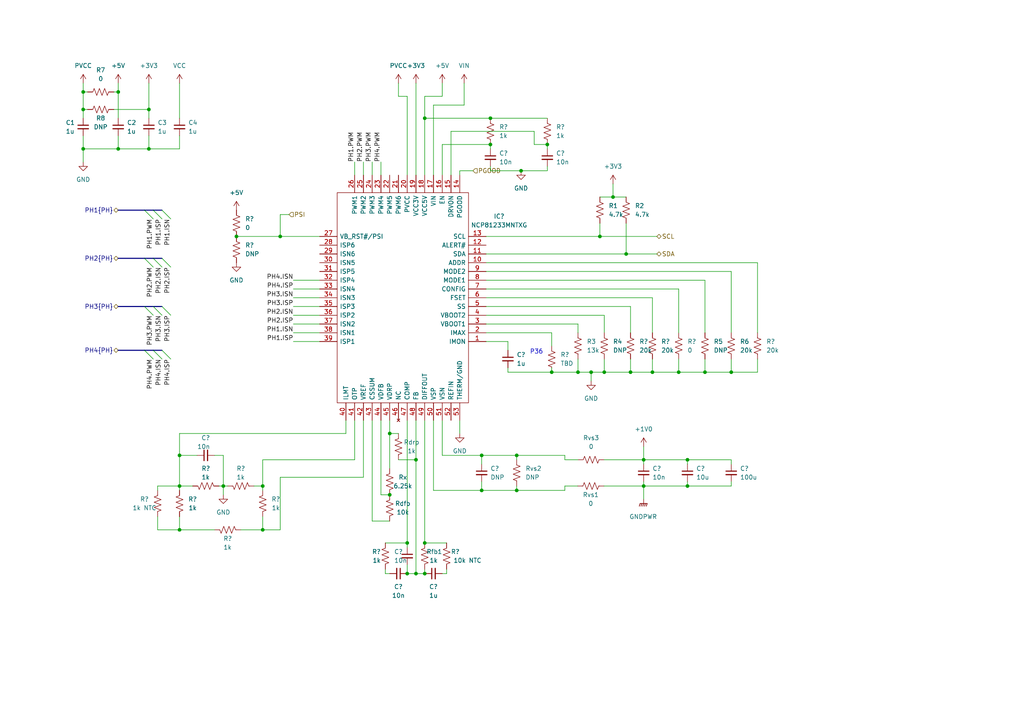
<source format=kicad_sch>
(kicad_sch (version 20211123) (generator eeschema)
  (paper "A4")
  (lib_symbols
    (symbol "CustomPartsLibrary:PVCC" (power) (pin_names (offset 0))
      (property "Value" "PVCC" (at 0 5.08 0))
      (symbol "PVCC_0_1"
        (polyline (pts (xy -0.762 1.27) (xy 0 2.54)))
        (polyline (pts (xy 0 0) (xy 0 2.54)))
        (polyline (pts (xy 0 2.54) (xy 0.762 1.27)))
      )
      (symbol "PVCC_1_1"
        (pin power_in line (at 0 0 90) (length 0) hide (name "PVCC") (number "1"))
      )
    )
    (symbol "CustomPartsLibrary:VIN" (power) (pin_names (offset 0))
      (property "Value" "VIN" (at 0 5.08 0))
      (symbol "VIN_0_1"
        (polyline (pts (xy -0.762 1.27) (xy 0 2.54)))
        (polyline (pts (xy 0 0) (xy 0 2.54)))
        (polyline (pts (xy 0 2.54) (xy 0.762 1.27)))
      )
      (symbol "VIN_1_1"
        (pin power_in line (at 0 0 90) (length 0) hide (name "VIN") (number "1"))
      )
    )
    (symbol "Device:C_Small" (pin_numbers hide) (pin_names (offset 0.254) hide)
      (property "Reference" "C" (at 0.254 1.778 0))
      (property "Value" "C_Small" (at 0.254 -2.032 0))
      (symbol "C_Small_0_1"
        (polyline (pts (xy -1.524 -0.508) (xy 1.524 -0.508)) (stroke (width 0.3302)))
        (polyline (pts (xy -1.524 0.508) (xy 1.524 0.508)) (stroke (width 0.3048)))
      )
      (symbol "C_Small_1_1"
        (pin passive line (at 0 2.54 270) (length 2.032) (name "~") (number "1"))
        (pin passive line (at 0 -2.54 90) (length 2.032) (name "~") (number "2"))
      )
    )
    (symbol "Device:R_US" (pin_numbers hide) (pin_names (offset 0))
      (property "Reference" "R" (at 2.54 0 90))
      (property "Value" "R_US" (at -2.54 0 90))
      (symbol "R_US_0_1"
        (polyline (pts (xy 0 -2.286) (xy 0 -2.54)))
        (polyline (pts (xy 0 2.286) (xy 0 2.54)))
        (polyline (pts (xy 0 -0.762) (xy 1.016 -1.143) (xy 0 -1.524) (xy -1.016 -1.905) (xy 0 -2.286)))
        (polyline (pts (xy 0 0.762) (xy 1.016 0.381) (xy 0 0) (xy -1.016 -0.381) (xy 0 -0.762)))
        (polyline (pts (xy 0 2.286) (xy 1.016 1.905) (xy 0 1.524) (xy -1.016 1.143) (xy 0 0.762)))
      )
      (symbol "R_US_1_1"
        (pin passive line (at 0 3.81 270) (length 1.27) (name "~") (number "1"))
        (pin passive line (at 0 -3.81 90) (length 1.27) (name "~") (number "2"))
      )
    )
    (symbol "NCP81233MNTXG:NCP81233MNTXG" (pin_names (offset 0.762))
      (property "Reference" "IC" (at 44.45 22.86 0))
      (property "Value" "NCP81233MNTXG" (at 44.45 20.32 0))
      (symbol "NCP81233MNTXG_0_0"
        (pin passive line (at 0 0 0) (length 5.08) (name "IMON") (number "1"))
        (pin passive line (at 0 -22.86 0) (length 5.08) (name "ADDR") (number "10"))
        (pin passive line (at 0 -25.4 0) (length 5.08) (name "SDA") (number "11"))
        (pin passive line (at 0 -27.94 0) (length 5.08) (name "ALERT#") (number "12"))
        (pin passive line (at 0 -30.48 0) (length 5.08) (name "SCL") (number "13"))
        (pin passive line (at 7.62 -48.26 90) (length 5.08) (name "PGOOD") (number "14"))
        (pin passive line (at 10.16 -48.26 90) (length 5.08) (name "DRVON") (number "15"))
        (pin passive line (at 12.7 -48.26 90) (length 5.08) (name "EN") (number "16"))
        (pin passive line (at 15.24 -48.26 90) (length 5.08) (name "VIN") (number "17"))
        (pin passive line (at 17.78 -48.26 90) (length 5.08) (name "VCC5V") (number "18"))
        (pin passive line (at 20.32 -48.26 90) (length 5.08) (name "VCC3V") (number "19"))
        (pin passive line (at 0 -2.54 0) (length 5.08) (name "IMAX") (number "2"))
        (pin passive line (at 22.86 -48.26 90) (length 5.08) (name "PVCC") (number "20"))
        (pin passive line (at 25.4 -48.26 90) (length 5.08) (name "PWM6") (number "21"))
        (pin passive line (at 27.94 -48.26 90) (length 5.08) (name "PWM5") (number "22"))
        (pin passive line (at 30.48 -48.26 90) (length 5.08) (name "PWM4") (number "23"))
        (pin passive line (at 33.02 -48.26 90) (length 5.08) (name "PWM3") (number "24"))
        (pin passive line (at 35.56 -48.26 90) (length 5.08) (name "PWM2") (number "25"))
        (pin passive line (at 38.1 -48.26 90) (length 5.08) (name "PWM1") (number "26"))
        (pin passive line (at 48.26 -30.48 180) (length 5.08) (name "VB_RST#/PSI") (number "27"))
        (pin passive line (at 48.26 -27.94 180) (length 5.08) (name "ISP6") (number "28"))
        (pin passive line (at 48.26 -25.4 180) (length 5.08) (name "ISN6") (number "29"))
        (pin passive line (at 0 -5.08 0) (length 5.08) (name "VBOOT1") (number "3"))
        (pin passive line (at 48.26 -22.86 180) (length 5.08) (name "ISN5") (number "30"))
        (pin passive line (at 48.26 -20.32 180) (length 5.08) (name "ISP5") (number "31"))
        (pin passive line (at 48.26 -17.78 180) (length 5.08) (name "ISP4") (number "32"))
        (pin passive line (at 48.26 -15.24 180) (length 5.08) (name "ISN4") (number "33"))
        (pin passive line (at 48.26 -12.7 180) (length 5.08) (name "ISN3") (number "34"))
        (pin passive line (at 48.26 -10.16 180) (length 5.08) (name "ISP3") (number "35"))
        (pin passive line (at 48.26 -7.62 180) (length 5.08) (name "ISP2") (number "36"))
        (pin passive line (at 48.26 -5.08 180) (length 5.08) (name "ISN2") (number "37"))
        (pin passive line (at 48.26 -2.54 180) (length 5.08) (name "ISN1") (number "38"))
        (pin passive line (at 48.26 0 180) (length 5.08) (name "ISP1") (number "39"))
        (pin passive line (at 0 -7.62 0) (length 5.08) (name "VBOOT2") (number "4"))
        (pin passive line (at 40.64 22.86 270) (length 5.08) (name "ILMT") (number "40"))
        (pin passive line (at 38.1 22.86 270) (length 5.08) (name "OTP") (number "41"))
        (pin passive line (at 35.56 22.86 270) (length 5.08) (name "VREF") (number "42"))
        (pin passive line (at 33.02 22.86 270) (length 5.08) (name "CSSUM") (number "43"))
        (pin passive line (at 30.48 22.86 270) (length 5.08) (name "VDFB") (number "44"))
        (pin passive line (at 27.94 22.86 270) (length 5.08) (name "VDRP") (number "45"))
        (pin no_connect line (at 25.4 22.86 270) (length 5.08) (name "NC") (number "46"))
        (pin passive line (at 22.86 22.86 270) (length 5.08) (name "COMP") (number "47"))
        (pin passive line (at 20.32 22.86 270) (length 5.08) (name "FB") (number "48"))
        (pin passive line (at 17.78 22.86 270) (length 5.08) (name "DIFFOUT") (number "49"))
        (pin passive line (at 0 -10.16 0) (length 5.08) (name "SS") (number "5"))
        (pin passive line (at 15.24 22.86 270) (length 5.08) (name "VSP") (number "50"))
        (pin passive line (at 12.7 22.86 270) (length 5.08) (name "VSN") (number "51"))
        (pin passive line (at 10.16 22.86 270) (length 5.08) (name "REFIN") (number "52"))
        (pin passive line (at 7.62 22.86 270) (length 5.08) (name "THERM/GND") (number "53"))
        (pin passive line (at 0 -12.7 0) (length 5.08) (name "FSET") (number "6"))
        (pin passive line (at 0 -15.24 0) (length 5.08) (name "CONFIG") (number "7"))
        (pin passive line (at 0 -17.78 0) (length 5.08) (name "MODE1") (number "8"))
        (pin passive line (at 0 -20.32 0) (length 5.08) (name "MODE2") (number "9"))
      )
      (symbol "NCP81233MNTXG_0_1"
        (polyline (pts (xy 5.08 17.78) (xy 43.18 17.78) (xy 43.18 -43.18) (xy 5.08 -43.18) (xy 5.08 17.78)) (stroke (width 0.1524)))
      )
    )
    (symbol "power:+1V0" (power) (pin_names (offset 0))
      (property "Value" "+1V0" (at 0 3.556 0))
      (symbol "+1V0_0_1"
        (polyline (pts (xy -0.762 1.27) (xy 0 2.54)))
        (polyline (pts (xy 0 0) (xy 0 2.54)))
        (polyline (pts (xy 0 2.54) (xy 0.762 1.27)))
      )
      (symbol "+1V0_1_1"
        (pin power_in line (at 0 0 90) (length 0) hide (name "+1V0") (number "1"))
      )
    )
    (symbol "power:+3V3" (power) (pin_names (offset 0))
      (property "Value" "+3V3" (at 0 3.556 0))
      (symbol "+3V3_0_1"
        (polyline (pts (xy -0.762 1.27) (xy 0 2.54)))
        (polyline (pts (xy 0 0) (xy 0 2.54)))
        (polyline (pts (xy 0 2.54) (xy 0.762 1.27)))
      )
      (symbol "+3V3_1_1"
        (pin power_in line (at 0 0 90) (length 0) hide (name "+3V3") (number "1"))
      )
    )
    (symbol "power:+5V" (power) (pin_names (offset 0))
      (property "Value" "+5V" (at 0 3.556 0))
      (symbol "+5V_0_1"
        (polyline (pts (xy -0.762 1.27) (xy 0 2.54)))
        (polyline (pts (xy 0 0) (xy 0 2.54)))
        (polyline (pts (xy 0 2.54) (xy 0.762 1.27)))
      )
      (symbol "+5V_1_1"
        (pin power_in line (at 0 0 90) (length 0) hide (name "+5V") (number "1"))
      )
    )
    (symbol "power:GND" (power) (pin_names (offset 0))
      (property "Value" "GND" (at 0 -3.81 0))
      (symbol "GND_0_1"
        (polyline (pts (xy 0 0) (xy 0 -1.27) (xy 1.27 -1.27) (xy 0 -2.54) (xy -1.27 -1.27) (xy 0 -1.27)))
      )
      (symbol "GND_1_1"
        (pin power_in line (at 0 0 270) (length 0) hide (name "GND") (number "1"))
      )
    )
    (symbol "power:GNDPWR" (power) (pin_names (offset 0))
      (property "Value" "GNDPWR" (at 0 -3.302 0))
      (symbol "GNDPWR_0_1"
        (polyline (pts (xy 0 -1.27) (xy 0 0)))
        (polyline (pts (xy -1.016 -1.27) (xy -1.27 -2.032) (xy -1.27 -2.032)) (stroke (width 0.2032)))
        (polyline (pts (xy -0.508 -1.27) (xy -0.762 -2.032) (xy -0.762 -2.032)) (stroke (width 0.2032)))
        (polyline (pts (xy 0 -1.27) (xy -0.254 -2.032) (xy -0.254 -2.032)) (stroke (width 0.2032)))
        (polyline (pts (xy 0.508 -1.27) (xy 0.254 -2.032) (xy 0.254 -2.032)) (stroke (width 0.2032)))
        (polyline (pts (xy 1.016 -1.27) (xy -1.016 -1.27) (xy -1.016 -1.27)) (stroke (width 0.2032)))
        (polyline (pts (xy 1.016 -1.27) (xy 0.762 -2.032) (xy 0.762 -2.032) (xy 0.762 -2.032)) (stroke (width 0.2032)))
      )
      (symbol "GNDPWR_1_1"
        (pin power_in line (at 0 0 270) (length 0) hide (name "GNDPWR") (number "1"))
      )
    )
    (symbol "power:VCC" (power) (pin_names (offset 0))
      (property "Value" "VCC" (at 0 3.81 0))
      (symbol "VCC_0_1"
        (polyline (pts (xy -0.762 1.27) (xy 0 2.54)))
        (polyline (pts (xy 0 0) (xy 0 2.54)))
        (polyline (pts (xy 0 2.54) (xy 0.762 1.27)))
      )
      (symbol "VCC_1_1"
        (pin power_in line (at 0 0 90) (length 0) hide (name "VCC") (number "1"))
      )
    )
  )
  (junction (at 118.11 157.48))
  (junction (at 167.64 107.95))
  (junction (at 43.18 31.75))
  (junction (at 149.86 142.24))
  (junction (at 34.29 43.18))
  (junction (at 186.69 140.97))
  (junction (at 181.61 73.66))
  (junction (at 123.19 34.29))
  (junction (at 160.02 107.95))
  (junction (at 120.65 166.37))
  (junction (at 175.26 107.95))
  (junction (at 81.28 68.58))
  (junction (at 199.39 140.97))
  (junction (at 24.13 43.18))
  (junction (at 212.09 107.95))
  (junction (at 149.86 132.08))
  (junction (at 52.07 132.08))
  (junction (at 189.23 107.95))
  (junction (at 120.65 133.35))
  (junction (at 24.13 31.75))
  (junction (at 52.07 140.97))
  (junction (at 34.29 26.67))
  (junction (at 123.19 157.48))
  (junction (at 173.99 68.58))
  (junction (at 158.75 41.91))
  (junction (at 43.18 43.18))
  (junction (at 204.47 107.95))
  (junction (at 171.45 107.95))
  (junction (at 182.88 107.95))
  (junction (at 142.24 34.29))
  (junction (at 52.07 153.67))
  (junction (at 64.77 140.97))
  (junction (at 76.2 140.97))
  (junction (at 123.19 166.37))
  (junction (at 177.8 57.15))
  (junction (at 186.69 133.35))
  (junction (at 118.11 166.37))
  (junction (at 113.03 125.73))
  (junction (at 76.2 153.67))
  (junction (at 24.13 26.67))
  (junction (at 113.03 143.51))
  (junction (at 139.7 142.24))
  (junction (at 68.58 68.58))
  (junction (at 199.39 133.35))
  (junction (at 151.13 49.53))
  (junction (at 196.85 107.95))
  (junction (at 139.7 132.08))
  (junction (at 142.24 41.91))
  (bus_entry (at 44.45 60.96) (size 2.54 2.54))
  (bus_entry (at 44.45 101.6) (size 2.54 2.54))
  (bus_entry (at 46.99 60.96) (size 2.54 2.54))
  (bus_entry (at 44.45 74.93) (size 2.54 2.54))
  (bus_entry (at 41.91 101.6) (size 2.54 2.54))
  (bus_entry (at 44.45 88.9) (size 2.54 2.54))
  (bus_entry (at 41.91 88.9) (size 2.54 2.54))
  (bus_entry (at 46.99 88.9) (size 2.54 2.54))
  (bus_entry (at 41.91 60.96) (size 2.54 2.54))
  (bus_entry (at 41.91 74.93) (size 2.54 2.54))
  (bus_entry (at 46.99 101.6) (size 2.54 2.54))
  (bus_entry (at 46.99 74.93) (size 2.54 2.54))
  (wire (pts (xy 123.19 34.29) (xy 123.19 50.8)))
  (wire (pts (xy 199.39 140.97) (xy 212.09 140.97)))
  (wire (pts (xy 154.94 38.1) (xy 130.81 38.1)))
  (wire (pts (xy 133.35 121.92) (xy 133.35 125.73)))
  (wire (pts (xy 147.32 107.95) (xy 160.02 107.95)))
  (wire (pts (xy 118.11 163.83) (xy 118.11 166.37)))
  (wire (pts (xy 110.49 143.51) (xy 110.49 121.92)))
  (wire (pts (xy 158.75 41.91) (xy 154.94 41.91)))
  (wire (pts (xy 113.03 125.73) (xy 113.03 135.89)))
  (wire (pts (xy 160.02 100.33) (xy 160.02 96.52)))
  (wire (pts (xy 83.82 62.23) (xy 81.28 62.23)))
  (wire (pts (xy 140.97 68.58) (xy 173.99 68.58)))
  (wire (pts (xy 204.47 96.52) (xy 204.47 81.28)))
  (wire (pts (xy 85.09 99.06) (xy 92.71 99.06)))
  (wire (pts (xy 85.09 88.9) (xy 92.71 88.9)))
  (wire (pts (xy 128.27 27.94) (xy 123.19 27.94)))
  (wire (pts (xy 123.19 34.29) (xy 142.24 34.29)))
  (wire (pts (xy 85.09 96.52) (xy 92.71 96.52)))
  (wire (pts (xy 163.83 142.24) (xy 163.83 140.97)))
  (wire (pts (xy 160.02 107.95) (xy 167.64 107.95)))
  (wire (pts (xy 120.65 24.13) (xy 120.65 50.8)))
  (wire (pts (xy 113.03 151.13) (xy 107.95 151.13)))
  (wire (pts (xy 204.47 81.28) (xy 140.97 81.28)))
  (wire (pts (xy 128.27 121.92) (xy 128.27 132.08)))
  (wire (pts (xy 129.54 166.37) (xy 128.27 166.37)))
  (wire (pts (xy 24.13 31.75) (xy 25.4 31.75)))
  (wire (pts (xy 186.69 140.97) (xy 186.69 144.78)))
  (wire (pts (xy 24.13 43.18) (xy 24.13 46.99)))
  (wire (pts (xy 163.83 140.97) (xy 167.5444 140.97)))
  (wire (pts (xy 76.2 133.35) (xy 102.87 133.35)))
  (wire (pts (xy 199.39 134.62) (xy 199.39 133.35)))
  (wire (pts (xy 189.23 86.36) (xy 189.23 96.52)))
  (wire (pts (xy 105.41 121.92) (xy 105.41 138.43)))
  (wire (pts (xy 113.03 143.51) (xy 110.49 143.51)))
  (wire (pts (xy 118.11 157.48) (xy 118.11 158.75)))
  (wire (pts (xy 199.39 139.7) (xy 199.39 140.97)))
  (wire (pts (xy 24.13 31.75) (xy 24.13 34.29)))
  (wire (pts (xy 105.41 46.99) (xy 105.41 50.8)))
  (wire (pts (xy 129.54 165.1) (xy 129.54 166.37)))
  (wire (pts (xy 160.02 107.95) (xy 160.02 106.68)))
  (wire (pts (xy 147.32 107.95) (xy 147.32 106.68)))
  (wire (pts (xy 81.28 68.58) (xy 92.71 68.58)))
  (wire (pts (xy 125.73 121.92) (xy 125.73 142.24)))
  (wire (pts (xy 158.75 48.26) (xy 158.75 49.53)))
  (wire (pts (xy 196.85 83.82) (xy 196.85 96.52)))
  (bus (pts (xy 44.45 88.9) (xy 46.99 88.9)))
  (wire (pts (xy 123.19 165.1) (xy 123.19 166.37)))
  (wire (pts (xy 120.65 121.92) (xy 120.65 133.35)))
  (wire (pts (xy 160.02 96.52) (xy 140.97 96.52)))
  (wire (pts (xy 139.7 132.08) (xy 139.7 134.62)))
  (wire (pts (xy 45.72 140.97) (xy 45.72 142.24)))
  (wire (pts (xy 123.19 166.37) (xy 120.65 166.37)))
  (wire (pts (xy 81.28 138.43) (xy 81.28 153.67)))
  (wire (pts (xy 149.86 140.97) (xy 149.86 142.24)))
  (wire (pts (xy 85.09 83.82) (xy 92.71 83.82)))
  (wire (pts (xy 140.97 78.74) (xy 212.09 78.74)))
  (wire (pts (xy 128.27 24.13) (xy 128.27 27.94)))
  (wire (pts (xy 24.13 43.18) (xy 34.29 43.18)))
  (wire (pts (xy 204.47 107.95) (xy 212.09 107.95)))
  (bus (pts (xy 34.29 60.96) (xy 41.91 60.96)))
  (wire (pts (xy 182.88 88.9) (xy 140.97 88.9)))
  (wire (pts (xy 43.18 39.37) (xy 43.18 43.18)))
  (wire (pts (xy 190.5 68.58) (xy 173.99 68.58)))
  (wire (pts (xy 175.26 107.95) (xy 182.88 107.95)))
  (wire (pts (xy 181.61 73.66) (xy 190.5 73.66)))
  (wire (pts (xy 52.07 125.73) (xy 52.07 132.08)))
  (wire (pts (xy 175.26 91.44) (xy 175.26 96.52)))
  (wire (pts (xy 140.97 99.06) (xy 147.32 99.06)))
  (wire (pts (xy 196.85 104.14) (xy 196.85 107.95)))
  (wire (pts (xy 118.11 166.37) (xy 120.65 166.37)))
  (wire (pts (xy 173.99 68.58) (xy 173.99 64.77)))
  (wire (pts (xy 52.07 43.18) (xy 43.18 43.18)))
  (wire (pts (xy 186.69 133.35) (xy 175.26 133.35)))
  (wire (pts (xy 128.27 41.91) (xy 128.27 50.8)))
  (wire (pts (xy 212.09 133.35) (xy 199.39 133.35)))
  (wire (pts (xy 212.09 107.95) (xy 219.71 107.95)))
  (wire (pts (xy 107.95 46.99) (xy 107.95 50.8)))
  (wire (pts (xy 134.62 24.13) (xy 134.62 30.48)))
  (wire (pts (xy 102.87 121.92) (xy 102.87 133.35)))
  (wire (pts (xy 81.28 153.67) (xy 76.2 153.67)))
  (wire (pts (xy 186.69 139.7) (xy 186.69 140.97)))
  (wire (pts (xy 24.13 26.67) (xy 24.13 31.75)))
  (wire (pts (xy 219.71 107.95) (xy 219.71 104.14)))
  (wire (pts (xy 173.99 57.15) (xy 177.8 57.15)))
  (wire (pts (xy 34.29 24.13) (xy 34.29 26.67)))
  (wire (pts (xy 181.61 73.66) (xy 140.97 73.66)))
  (bus (pts (xy 44.45 74.93) (xy 46.99 74.93)))
  (wire (pts (xy 55.88 140.97) (xy 52.07 140.97)))
  (wire (pts (xy 85.09 91.44) (xy 92.71 91.44)))
  (wire (pts (xy 199.39 133.35) (xy 186.69 133.35)))
  (wire (pts (xy 115.57 24.13) (xy 115.57 27.94)))
  (wire (pts (xy 76.2 133.35) (xy 76.2 140.97)))
  (wire (pts (xy 177.8 53.34) (xy 177.8 57.15)))
  (wire (pts (xy 175.1644 140.97) (xy 186.69 140.97)))
  (wire (pts (xy 105.41 138.43) (xy 81.28 138.43)))
  (wire (pts (xy 113.03 121.92) (xy 113.03 125.73)))
  (wire (pts (xy 123.19 157.48) (xy 129.54 157.48)))
  (wire (pts (xy 139.7 139.7) (xy 139.7 142.24)))
  (bus (pts (xy 34.29 74.93) (xy 41.91 74.93)))
  (wire (pts (xy 111.76 165.1) (xy 111.76 166.37)))
  (wire (pts (xy 76.2 153.67) (xy 69.85 153.67)))
  (wire (pts (xy 142.24 34.29) (xy 158.75 34.29)))
  (wire (pts (xy 25.4 26.67) (xy 24.13 26.67)))
  (wire (pts (xy 167.64 96.52) (xy 167.64 93.98)))
  (wire (pts (xy 118.11 121.92) (xy 118.11 157.48)))
  (wire (pts (xy 171.45 107.95) (xy 175.26 107.95)))
  (wire (pts (xy 120.65 133.35) (xy 120.65 166.37)))
  (bus (pts (xy 41.91 101.6) (xy 44.45 101.6)))
  (wire (pts (xy 133.35 50.8) (xy 133.35 49.53)))
  (wire (pts (xy 181.61 64.77) (xy 181.61 73.66)))
  (wire (pts (xy 177.8 57.15) (xy 181.61 57.15)))
  (wire (pts (xy 52.07 24.13) (xy 52.07 34.29)))
  (wire (pts (xy 24.13 24.13) (xy 24.13 26.67)))
  (wire (pts (xy 57.15 132.08) (xy 52.07 132.08)))
  (wire (pts (xy 167.64 104.14) (xy 167.64 107.95)))
  (wire (pts (xy 34.29 26.67) (xy 34.29 34.29)))
  (wire (pts (xy 102.87 46.99) (xy 102.87 50.8)))
  (bus (pts (xy 34.29 101.6) (xy 41.91 101.6)))
  (wire (pts (xy 133.35 49.53) (xy 137.16 49.53)))
  (wire (pts (xy 73.66 140.97) (xy 76.2 140.97)))
  (bus (pts (xy 41.91 60.96) (xy 44.45 60.96)))
  (wire (pts (xy 142.24 41.91) (xy 128.27 41.91)))
  (wire (pts (xy 45.72 153.67) (xy 52.07 153.67)))
  (wire (pts (xy 149.86 132.08) (xy 149.86 133.35)))
  (wire (pts (xy 219.71 96.52) (xy 219.71 76.2)))
  (wire (pts (xy 151.13 49.53) (xy 158.75 49.53)))
  (wire (pts (xy 142.24 43.18) (xy 142.24 41.91)))
  (wire (pts (xy 219.71 76.2) (xy 140.97 76.2)))
  (wire (pts (xy 100.33 121.92) (xy 100.33 125.73)))
  (wire (pts (xy 175.26 107.95) (xy 175.26 104.14)))
  (wire (pts (xy 149.86 132.08) (xy 163.83 132.08)))
  (wire (pts (xy 52.07 125.73) (xy 100.33 125.73)))
  (wire (pts (xy 189.23 107.95) (xy 196.85 107.95)))
  (wire (pts (xy 52.07 153.67) (xy 52.07 149.86)))
  (wire (pts (xy 140.97 93.98) (xy 167.64 93.98)))
  (wire (pts (xy 66.04 140.97) (xy 64.77 140.97)))
  (wire (pts (xy 123.19 121.92) (xy 123.19 157.48)))
  (wire (pts (xy 130.81 38.1) (xy 130.81 50.8)))
  (wire (pts (xy 147.32 99.06) (xy 147.32 101.6)))
  (wire (pts (xy 52.07 39.37) (xy 52.07 43.18)))
  (wire (pts (xy 196.85 107.95) (xy 204.47 107.95)))
  (wire (pts (xy 125.73 30.48) (xy 125.73 50.8)))
  (wire (pts (xy 52.07 153.67) (xy 62.23 153.67)))
  (wire (pts (xy 212.09 139.7) (xy 212.09 140.97)))
  (wire (pts (xy 212.09 134.62) (xy 212.09 133.35)))
  (bus (pts (xy 34.29 88.9) (xy 41.91 88.9)))
  (wire (pts (xy 167.64 133.35) (xy 163.83 133.35)))
  (bus (pts (xy 41.91 74.93) (xy 44.45 74.93)))
  (wire (pts (xy 64.77 140.97) (xy 64.77 143.51)))
  (wire (pts (xy 111.76 166.37) (xy 113.03 166.37)))
  (bus (pts (xy 44.45 60.96) (xy 46.99 60.96)))
  (wire (pts (xy 140.97 91.44) (xy 175.26 91.44)))
  (wire (pts (xy 64.77 132.08) (xy 64.77 140.97)))
  (wire (pts (xy 68.58 68.58) (xy 81.28 68.58)))
  (wire (pts (xy 43.18 24.13) (xy 43.18 31.75)))
  (wire (pts (xy 43.18 31.75) (xy 43.18 34.29)))
  (bus (pts (xy 44.45 101.6) (xy 46.99 101.6)))
  (wire (pts (xy 142.24 49.53) (xy 151.13 49.53)))
  (wire (pts (xy 76.2 140.97) (xy 76.2 142.24)))
  (wire (pts (xy 204.47 104.14) (xy 204.47 107.95)))
  (wire (pts (xy 139.7 142.24) (xy 149.86 142.24)))
  (wire (pts (xy 212.09 78.74) (xy 212.09 96.52)))
  (wire (pts (xy 158.75 43.18) (xy 158.75 41.91)))
  (wire (pts (xy 43.18 43.18) (xy 34.29 43.18)))
  (wire (pts (xy 182.88 96.52) (xy 182.88 88.9)))
  (wire (pts (xy 128.27 132.08) (xy 139.7 132.08)))
  (wire (pts (xy 113.03 125.73) (xy 115.57 125.73)))
  (wire (pts (xy 186.69 133.35) (xy 186.69 134.62)))
  (wire (pts (xy 85.09 86.36) (xy 92.71 86.36)))
  (bus (pts (xy 41.91 88.9) (xy 44.45 88.9)))
  (wire (pts (xy 149.86 142.24) (xy 163.83 142.24)))
  (wire (pts (xy 189.23 104.14) (xy 189.23 107.95)))
  (wire (pts (xy 33.02 31.75) (xy 43.18 31.75)))
  (wire (pts (xy 85.09 93.98) (xy 92.71 93.98)))
  (wire (pts (xy 81.28 62.23) (xy 81.28 68.58)))
  (wire (pts (xy 139.7 132.08) (xy 149.86 132.08)))
  (wire (pts (xy 163.83 133.35) (xy 163.83 132.08)))
  (wire (pts (xy 64.77 140.97) (xy 63.5 140.97)))
  (wire (pts (xy 24.13 43.18) (xy 24.13 39.37)))
  (wire (pts (xy 33.02 26.67) (xy 34.29 26.67)))
  (wire (pts (xy 212.09 104.14) (xy 212.09 107.95)))
  (wire (pts (xy 142.24 48.26) (xy 142.24 49.53)))
  (wire (pts (xy 110.49 46.99) (xy 110.49 50.8)))
  (wire (pts (xy 115.57 133.35) (xy 120.65 133.35)))
  (wire (pts (xy 140.97 83.82) (xy 196.85 83.82)))
  (wire (pts (xy 52.07 132.08) (xy 52.07 140.97)))
  (wire (pts (xy 167.64 107.95) (xy 171.45 107.95)))
  (wire (pts (xy 154.94 41.91) (xy 154.94 38.1)))
  (wire (pts (xy 76.2 149.86) (xy 76.2 153.67)))
  (wire (pts (xy 182.88 104.14) (xy 182.88 107.95)))
  (wire (pts (xy 125.73 142.24) (xy 139.7 142.24)))
  (wire (pts (xy 171.45 107.95) (xy 171.45 110.49)))
  (wire (pts (xy 140.97 86.36) (xy 189.23 86.36)))
  (wire (pts (xy 107.95 151.13) (xy 107.95 121.92)))
  (wire (pts (xy 111.76 157.48) (xy 118.11 157.48)))
  (wire (pts (xy 62.23 132.08) (xy 64.77 132.08)))
  (wire (pts (xy 52.07 140.97) (xy 45.72 140.97)))
  (wire (pts (xy 85.09 81.28) (xy 92.71 81.28)))
  (wire (pts (xy 186.69 140.97) (xy 199.39 140.97)))
  (wire (pts (xy 134.62 30.48) (xy 125.73 30.48)))
  (wire (pts (xy 118.11 27.94) (xy 118.11 50.8)))
  (wire (pts (xy 186.69 129.54) (xy 186.69 133.35)))
  (wire (pts (xy 52.07 142.24) (xy 52.07 140.97)))
  (wire (pts (xy 45.72 149.86) (xy 45.72 153.67)))
  (wire (pts (xy 123.19 27.94) (xy 123.19 34.29)))
  (wire (pts (xy 182.88 107.95) (xy 189.23 107.95)))
  (wire (pts (xy 34.29 39.37) (xy 34.29 43.18)))
  (wire (pts (xy 115.57 27.94) (xy 118.11 27.94)))
  (text "P36" (at 153.67 102.87 0) (effects (font (size 1.27 1.27)) (justify left bottom)))
  (label "PH2.ISP" (at 85.09 93.98 180))
  (label "PH2.PWM" (at 105.41 46.99 90))
  (label "PH4.PWM" (at 44.45 104.14 270))
  (label "PH3.PWM" (at 107.95 46.99 90))
  (label "PH2.ISP" (at 49.53 77.47 270))
  (label "PH2.PWM" (at 44.45 77.47 270))
  (label "PH4.ISP" (at 85.09 83.82 180))
  (label "PH1.ISN" (at 85.09 96.52 180))
  (label "PH3.ISP" (at 49.53 91.44 270))
  (label "PH1.ISP" (at 85.09 99.06 180))
  (label "PH4.PWM" (at 110.49 46.99 90))
  (label "PH4.ISN" (at 85.09 81.28 180))
  (label "PH3.ISN" (at 85.09 86.36 180))
  (label "PH4.ISN" (at 46.99 104.14 270))
  (label "PH2.ISN" (at 85.09 91.44 180))
  (label "PH3.ISP" (at 85.09 88.9 180))
  (label "PH1.ISN" (at 49.53 63.5 270))
  (label "PH1.PWM" (at 102.87 46.99 90))
  (label "PH1.ISP" (at 46.99 63.5 270))
  (label "PH1.PWM" (at 44.45 63.5 270))
  (label "PH3.PWM" (at 44.45 91.44 270))
  (label "PH4.ISP" (at 49.53 104.14 270))
  (label "PH2.ISN" (at 46.99 77.47 270))
  (label "PH3.ISN" (at 46.99 91.44 270))
  (hierarchical_label "PH2{PH}" (shape bidirectional) (at 34.29 74.93 180))
  (hierarchical_label "SCL" (shape bidirectional) (at 190.5 68.58 0))
  (hierarchical_label "PGOOD" (shape input) (at 137.16 49.53 0))
  (hierarchical_label "PH4{PH}" (shape bidirectional) (at 34.29 101.6 180))
  (hierarchical_label "PH1{PH}" (shape bidirectional) (at 34.29 60.96 180))
  (hierarchical_label "PSI" (shape input) (at 83.82 62.23 0))
  (hierarchical_label "PH3{PH}" (shape bidirectional) (at 34.29 88.9 180))
  (hierarchical_label "SDA" (shape bidirectional) (at 190.5 73.66 0))
  (symbol (lib_id "power:VCC") (at 52.07 24.13 0) (unit 1)
    (property "Reference" "#PWR?" (effects hide))
    (property "Value" "VCC" (at 52.07 19.05 0))
  )
  (symbol (lib_id "power:GND") (at 64.77 143.51 0) (mirror y) (unit 1)
    (property "Reference" "#PWR?" (effects hide))
    (property "Value" "GND" (at 64.77 148.59 0))
  )
  (symbol (lib_id "Device:R_US") (at 171.45 133.35 90) (unit 1)
    (property "Reference" "Rvs3" (at 171.45 127 90))
    (property "Value" "0" (at 171.45 129.54 90))
    (property "Footprint" "Resistor_SMD:R_0603_1608Metric" (effects hide))
  )
  (symbol (lib_id "Device:C_Small") (at 34.29 36.83 0) (unit 1)
    (property "Reference" "C2" (at 36.83 35.5662 0) (effects (justify left)))
    (property "Value" "1u" (at 36.83 38.1062 0) (effects (justify left)))
  )
  (symbol (lib_id "power:GND") (at 24.13 46.99 0) (unit 1)
    (property "Reference" "#PWR?" (effects hide))
    (property "Value" "GND" (at 24.13 52.07 0))
  )
  (symbol (lib_id "Device:R_US") (at 113.03 147.32 0) (mirror x) (unit 1)
    (property "Reference" "Rdfb" (at 116.84 146.05 0))
    (property "Value" "10k" (at 116.84 148.59 0))
    (property "Footprint" "Resistor_SMD:R_0603_1608Metric" (effects hide))
  )
  (symbol (lib_id "Device:C_Small") (at 147.32 104.14 0) (unit 1)
    (property "Reference" "C?" (at 149.86 102.8762 0) (effects (justify left)))
    (property "Value" "1u" (at 149.86 105.4162 0) (effects (justify left)))
  )
  (symbol (lib_id "Device:R_US") (at 175.26 100.33 0) (unit 1)
    (property "Reference" "R4" (at 177.8 99.0599 0) (effects (justify left)))
    (property "Value" "DNP" (at 177.8 101.5999 0) (effects (justify left)))
    (property "Footprint" "Resistor_SMD:R_0603_1608Metric" (effects hide))
  )
  (symbol (lib_id "Device:R_US") (at 158.75 38.1 0) (unit 1)
    (property "Reference" "R?" (at 161.29 36.8299 0) (effects (justify left)))
    (property "Value" "1k" (at 161.29 39.3699 0) (effects (justify left)))
    (property "Footprint" "Resistor_SMD:R_0603_1608Metric" (effects hide))
  )
  (symbol (lib_id "Device:C_Small") (at 158.75 45.72 0) (unit 1)
    (property "Reference" "C?" (at 161.29 44.4562 0) (effects (justify left)))
    (property "Value" "10n" (at 161.29 46.9962 0) (effects (justify left)))
  )
  (symbol (lib_id "Device:C_Small") (at 52.07 36.83 0) (unit 1)
    (property "Reference" "C4" (at 54.61 35.5662 0) (effects (justify left)))
    (property "Value" "1u" (at 54.61 38.1062 0) (effects (justify left)))
  )
  (symbol (lib_id "Device:R_US") (at 129.54 161.29 0) (mirror y) (unit 1)
    (property "Reference" "R?" (at 133.35 160.0199 0) (effects (justify left)))
    (property "Value" "10k NTC" (at 139.7 162.5599 0) (effects (justify left)))
    (property "Footprint" "Resistor_SMD:R_0603_1608Metric" (effects hide))
  )
  (symbol (lib_id "Device:R_US") (at 115.57 129.54 0) (mirror x) (unit 1)
    (property "Reference" "Rdrp" (at 119.38 128.27 0))
    (property "Value" "1k" (at 119.38 130.81 0))
    (property "Footprint" "Resistor_SMD:R_0603_1608Metric" (effects hide))
  )
  (symbol (lib_id "power:GND") (at 151.13 49.53 0) (unit 1)
    (property "Reference" "#PWR?" (effects hide))
    (property "Value" "GND" (at 151.13 54.61 0))
  )
  (symbol (lib_id "power:+1V0") (at 186.69 129.54 0) (unit 1)
    (property "Reference" "#PWR?" (effects hide))
    (property "Value" "+1V0" (at 186.69 124.46 0))
  )
  (symbol (lib_id "Device:R_US") (at 123.19 161.29 0) (mirror y) (unit 1)
    (property "Reference" "Rfb1" (at 128.27 160.0199 0) (effects (justify left)))
    (property "Value" "1k" (at 127 162.5599 0) (effects (justify left)))
    (property "Footprint" "Resistor_SMD:R_0603_1608Metric" (effects hide))
  )
  (symbol (lib_id "Device:R_US") (at 167.64 100.33 0) (unit 1)
    (property "Reference" "R3" (at 170.18 99.0599 0) (effects (justify left)))
    (property "Value" "13k" (at 170.18 101.5999 0) (effects (justify left)))
    (property "Footprint" "Resistor_SMD:R_0603_1608Metric" (effects hide))
  )
  (symbol (lib_id "Device:R_US") (at 113.03 139.7 0) (mirror x) (unit 1)
    (property "Reference" "Rx" (at 116.84 138.43 0))
    (property "Value" "6.25k" (at 116.84 140.97 0))
    (property "Footprint" "Resistor_SMD:R_0603_1608Metric" (effects hide))
  )
  (symbol (lib_id "power:GND") (at 133.35 125.73 0) (unit 1)
    (property "Reference" "#PWR?" (effects hide))
    (property "Value" "GND" (at 133.35 130.81 0))
  )
  (symbol (lib_id "Device:R_US") (at 66.04 153.67 270) (mirror x) (unit 1)
    (property "Reference" "R?" (at 64.7701 156.21 90) (effects (justify left)))
    (property "Value" "1k" (at 64.7701 158.75 90) (effects (justify left)))
    (property "Footprint" "Resistor_SMD:R_0603_1608Metric" (effects hide))
  )
  (symbol (lib_id "Device:C_Small") (at 186.69 137.16 0) (unit 1)
    (property "Reference" "C?" (at 189.23 135.8962 0) (effects (justify left)))
    (property "Value" "10n" (at 189.23 138.4362 0) (effects (justify left)))
  )
  (symbol (lib_id "Device:C_Small") (at 212.09 137.16 0) (unit 1)
    (property "Reference" "C?" (at 214.63 135.8962 0) (effects (justify left)))
    (property "Value" "100u" (at 214.63 138.4362 0) (effects (justify left)))
  )
  (symbol (lib_id "Device:R_US") (at 68.58 72.39 0) (unit 1)
    (property "Reference" "R?" (at 71.12 71.1199 0) (effects (justify left)))
    (property "Value" "DNP" (at 71.12 73.6599 0) (effects (justify left)))
    (property "Footprint" "Resistor_SMD:R_0603_1608Metric" (effects hide))
  )
  (symbol (lib_id "Device:R_US") (at 173.99 60.96 0) (unit 1)
    (property "Reference" "R1" (at 176.53 59.6899 0) (effects (justify left)))
    (property "Value" "4.7k" (at 176.53 62.2299 0) (effects (justify left)))
    (property "Footprint" "Resistor_SMD:R_0603_1608Metric" (effects hide))
  )
  (symbol (lib_id "Device:R_US") (at 52.07 146.05 0) (mirror x) (unit 1)
    (property "Reference" "R?" (at 55.88 144.78 0))
    (property "Value" "1k" (at 55.88 147.32 0))
    (property "Footprint" "Resistor_SMD:R_0603_1608Metric" (effects hide))
  )
  (symbol (lib_id "Device:R_US") (at 212.09 100.33 0) (unit 1)
    (property "Reference" "R6" (at 214.63 99.0599 0) (effects (justify left)))
    (property "Value" "20k" (at 214.63 101.5999 0) (effects (justify left)))
    (property "Footprint" "Resistor_SMD:R_0603_1608Metric" (effects hide))
  )
  (symbol (lib_id "power:+5V") (at 128.27 24.13 0) (unit 1)
    (property "Reference" "#PWR?" (effects hide))
    (property "Value" "+5V" (at 128.27 19.05 0))
  )
  (symbol (lib_id "Device:R_US") (at 149.86 137.16 0) (unit 1)
    (property "Reference" "Rvs2" (at 152.4 135.8899 0) (effects (justify left)))
    (property "Value" "DNP" (at 152.4 138.4299 0) (effects (justify left)))
    (property "Footprint" "Resistor_SMD:R_0603_1608Metric" (effects hide))
  )
  (symbol (lib_id "power:+3V3") (at 177.8 53.34 0) (unit 1)
    (property "Reference" "#PWR?" (effects hide))
    (property "Value" "+3V3" (at 177.8 48.26 0))
  )
  (symbol (lib_id "Device:R_US") (at 29.21 26.67 90) (unit 1)
    (property "Reference" "R7" (at 29.21 20.32 90))
    (property "Value" "0" (at 29.21 22.86 90))
  )
  (symbol (lib_id "power:GND") (at 68.58 76.2 0) (unit 1)
    (property "Reference" "#PWR?" (effects hide))
    (property "Value" "GND" (at 68.58 81.28 0))
  )
  (symbol (lib_id "Device:C_Small") (at 59.69 132.08 90) (unit 1)
    (property "Reference" "C?" (at 60.9662 127 90) (effects (justify left)))
    (property "Value" "10n" (at 60.9662 129.54 90) (effects (justify left)))
  )
  (symbol (lib_id "Device:R_US") (at 68.58 64.77 0) (unit 1)
    (property "Reference" "R?" (at 71.12 63.4999 0) (effects (justify left)))
    (property "Value" "0" (at 71.12 66.0399 0) (effects (justify left)))
    (property "Footprint" "Resistor_SMD:R_0603_1608Metric" (effects hide))
  )
  (symbol (lib_id "Device:C_Small") (at 125.73 166.37 90) (unit 1)
    (property "Reference" "C?" (at 125.7363 170.18 90))
    (property "Value" "1u" (at 125.7363 172.72 90))
  )
  (symbol (lib_id "Device:R_US") (at 204.47 100.33 0) (unit 1)
    (property "Reference" "R5" (at 207.01 99.0599 0) (effects (justify left)))
    (property "Value" "DNP" (at 207.01 101.5999 0) (effects (justify left)))
    (property "Footprint" "Resistor_SMD:R_0603_1608Metric" (effects hide))
  )
  (symbol (lib_id "Device:R_US") (at 76.2 146.05 0) (mirror x) (unit 1)
    (property "Reference" "R?" (at 80.01 144.78 0))
    (property "Value" "1k" (at 80.01 147.32 0))
    (property "Footprint" "Resistor_SMD:R_0603_1608Metric" (effects hide))
  )
  (symbol (lib_id "Device:C_Small") (at 118.11 161.29 0) (unit 1)
    (property "Reference" "C?" (at 114.3 160.0262 0) (effects (justify left)))
    (property "Value" "10n" (at 114.3 162.5662 0) (effects (justify left)))
  )
  (symbol (lib_id "Device:R_US") (at 219.71 100.33 0) (unit 1)
    (property "Reference" "R?" (at 222.25 99.0599 0) (effects (justify left)))
    (property "Value" "20k" (at 222.25 101.5999 0) (effects (justify left)))
    (property "Footprint" "Resistor_SMD:R_0603_1608Metric" (effects hide))
  )
  (symbol (lib_id "power:+3V3") (at 43.18 24.13 0) (unit 1)
    (property "Reference" "#PWR?" (effects hide))
    (property "Value" "+3V3" (at 43.18 19.05 0))
  )
  (symbol (lib_id "Device:R_US") (at 59.69 140.97 270) (mirror x) (unit 1)
    (property "Reference" "R?" (at 58.42 135.8899 90) (effects (justify left)))
    (property "Value" "1k" (at 58.42 138.4299 90) (effects (justify left)))
    (property "Footprint" "Resistor_SMD:R_0603_1608Metric" (effects hide))
  )
  (symbol (lib_id "Device:C_Small") (at 43.18 36.83 0) (unit 1)
    (property "Reference" "C3" (at 45.72 35.5662 0) (effects (justify left)))
    (property "Value" "1u" (at 45.72 38.1062 0) (effects (justify left)))
  )
  (symbol (lib_id "power:GND") (at 171.45 110.49 0) (unit 1)
    (property "Reference" "#PWR?" (effects hide))
    (property "Value" "GND" (at 171.45 115.57 0))
  )
  (symbol (lib_id "Device:R_US") (at 171.3544 140.97 90) (unit 1)
    (property "Reference" "Rvs1" (at 171.3544 143.51 90))
    (property "Value" "0" (at 171.3544 146.05 90))
    (property "Footprint" "Resistor_SMD:R_0603_1608Metric" (effects hide))
  )
  (symbol (lib_id "CustomPartsLibrary:VIN") (at 134.62 24.13 0) (unit 1)
    (property "Reference" "#PWR?" (effects hide))
    (property "Value" "VIN" (at 134.62 19.05 0))
  )
  (symbol (lib_id "Device:C_Small") (at 139.7 137.16 0) (unit 1)
    (property "Reference" "C?" (at 142.24 135.8962 0) (effects (justify left)))
    (property "Value" "DNP" (at 142.24 138.4362 0) (effects (justify left)))
  )
  (symbol (lib_id "Device:R_US") (at 69.85 140.97 270) (mirror x) (unit 1)
    (property "Reference" "R?" (at 68.5801 135.89 90) (effects (justify left)))
    (property "Value" "1k" (at 68.5801 138.43 90) (effects (justify left)))
    (property "Footprint" "Resistor_SMD:R_0603_1608Metric" (effects hide))
  )
  (symbol (lib_id "Device:R_US") (at 182.88 100.33 0) (unit 1)
    (property "Reference" "R?" (at 185.42 99.0599 0) (effects (justify left)))
    (property "Value" "20k" (at 185.42 101.5999 0) (effects (justify left)))
    (property "Footprint" "Resistor_SMD:R_0603_1608Metric" (effects hide))
  )
  (symbol (lib_id "Device:C_Small") (at 115.57 166.37 270) (unit 1)
    (property "Reference" "C?" (at 115.5636 170.18 90))
    (property "Value" "10n" (at 115.5636 172.72 90))
  )
  (symbol (lib_id "Device:R_US") (at 196.85 100.33 0) (unit 1)
    (property "Reference" "R?" (at 199.39 99.0599 0) (effects (justify left)))
    (property "Value" "0" (at 199.39 101.5999 0) (effects (justify left)))
    (property "Footprint" "Resistor_SMD:R_0603_1608Metric" (effects hide))
  )
  (symbol (lib_id "NCP81233MNTXG:NCP81233MNTXG") (at 140.97 99.06 180) (unit 1)
    (property "Reference" "IC?" (at 144.78 62.7505 0))
    (property "Value" "NCP81233MNTXG" (at 144.78 65.2905 0))
    (property "Footprint" "QFN40P600X600X100-53N" (effects hide))
    (property "Datasheet" "http://www.onsemi.com/pub/Collateral/NCP81233-D.PDF" (effects hide))
    (property "Description" "Multi-Phase Controller, Configurable, 4.5 V to 20 V, I2C" (effects hide))
    (property "Height" "1" (effects hide))
    (property "Mouser Part Number" "863-NCP81233MNTXG" (effects hide))
    (property "Mouser Price/Stock" "https://www.mouser.co.uk/ProductDetail/ON-Semiconductor/NCP81233MNTXG/?qs=z6PAvqrnkvQJZ4opJwgsbQ%3D%3D" (effects hide))
    (property "Manufacturer_Name" "onsemi" (effects hide))
    (property "Manufacturer_Part_Number" "NCP81233MNTXG" (effects hide))
  )
  (symbol (lib_id "CustomPartsLibrary:PVCC") (at 115.57 24.13 0) (unit 1)
    (property "Reference" "#PWR?" (effects hide))
    (property "Value" "PVCC" (at 115.57 19.05 0))
  )
  (symbol (lib_id "Device:C_Small") (at 142.24 45.72 0) (unit 1)
    (property "Reference" "C?" (at 144.78 44.4562 0) (effects (justify left)))
    (property "Value" "10n" (at 144.78 46.9962 0) (effects (justify left)))
  )
  (symbol (lib_id "Device:R_US") (at 181.61 60.96 0) (unit 1)
    (property "Reference" "R2" (at 184.15 59.6899 0) (effects (justify left)))
    (property "Value" "4.7k" (at 184.15 62.2299 0) (effects (justify left)))
    (property "Footprint" "Resistor_SMD:R_0603_1608Metric" (effects hide))
  )
  (symbol (lib_id "Device:R_US") (at 189.23 100.33 0) (unit 1)
    (property "Reference" "R?" (at 191.77 99.0599 0) (effects (justify left)))
    (property "Value" "20k" (at 191.77 101.5999 0) (effects (justify left)))
    (property "Footprint" "Resistor_SMD:R_0603_1608Metric" (effects hide))
  )
  (symbol (lib_id "Device:R_US") (at 160.02 104.14 0) (unit 1)
    (property "Reference" "R?" (at 162.56 102.8699 0) (effects (justify left)))
    (property "Value" "TBD" (at 162.56 105.4099 0) (effects (justify left)))
    (property "Footprint" "Resistor_SMD:R_0603_1608Metric" (effects hide))
  )
  (symbol (lib_id "power:+3V3") (at 120.65 24.13 0) (unit 1)
    (property "Reference" "#PWR?" (effects hide))
    (property "Value" "+3V3" (at 120.65 19.05 0))
  )
  (symbol (lib_id "CustomPartsLibrary:PVCC") (at 24.13 24.13 0) (unit 1)
    (property "Reference" "#PWR?" (effects hide))
    (property "Value" "PVCC" (at 24.13 19.05 0))
  )
  (symbol (lib_id "Device:C_Small") (at 24.13 36.83 0) (unit 1)
    (property "Reference" "C1" (at 19.05 35.5662 0) (effects (justify left)))
    (property "Value" "1u" (at 19.05 38.1062 0) (effects (justify left)))
  )
  (symbol (lib_id "Device:R_US") (at 111.76 161.29 0) (mirror y) (unit 1)
    (property "Reference" "R?" (at 110.49 160.0199 0) (effects (justify left)))
    (property "Value" "1k" (at 110.49 162.5599 0) (effects (justify left)))
    (property "Footprint" "Resistor_SMD:R_0603_1608Metric" (effects hide))
  )
  (symbol (lib_id "power:GNDPWR") (at 186.69 144.78 0) (unit 1)
    (property "Reference" "#PWR?" (effects hide))
    (property "Value" "GNDPWR" (at 186.563 149.86 0))
  )
  (symbol (lib_id "Device:C_Small") (at 199.39 137.16 0) (unit 1)
    (property "Reference" "C?" (at 201.93 135.8962 0) (effects (justify left)))
    (property "Value" "10u" (at 201.93 138.4362 0) (effects (justify left)))
  )
  (symbol (lib_id "power:+5V") (at 68.58 60.96 0) (unit 1)
    (property "Reference" "#PWR?" (effects hide))
    (property "Value" "+5V" (at 68.58 55.88 0))
  )
  (symbol (lib_id "Device:R_US") (at 45.72 146.05 0) (mirror x) (unit 1)
    (property "Reference" "R?" (at 41.91 144.78 0))
    (property "Value" "1k NTC" (at 41.91 147.32 0))
    (property "Footprint" "Resistor_SMD:R_0603_1608Metric" (effects hide))
  )
  (symbol (lib_id "Device:R_US") (at 29.21 31.75 90) (unit 1)
    (property "Reference" "R8" (at 29.21 34.29 90))
    (property "Value" "DNP" (at 29.21 36.83 90))
  )
  (symbol (lib_id "power:+5V") (at 34.29 24.13 0) (unit 1)
    (property "Reference" "#PWR?" (effects hide))
    (property "Value" "+5V" (at 34.29 19.05 0))
  )
  (symbol (lib_id "Device:R_US") (at 142.24 38.1 0) (unit 1)
    (property "Reference" "R?" (at 144.78 36.8299 0) (effects (justify left)))
    (property "Value" "1k" (at 144.78 39.3699 0) (effects (justify left)))
    (property "Footprint" "Resistor_SMD:R_0603_1608Metric" (effects hide))
  )
)
</source>
